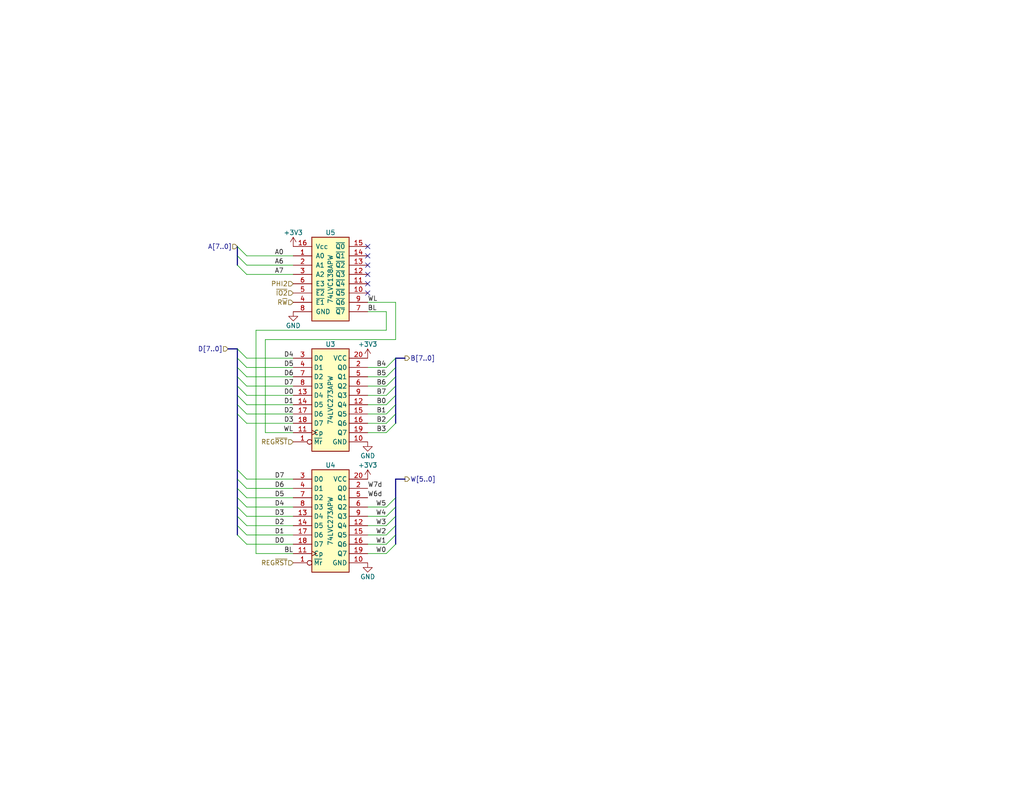
<source format=kicad_sch>
(kicad_sch (version 20211123) (generator eeschema)
  (paper "USLetter")
  (lib_symbols
    (symbol "GW_Logic:74138" (pin_names (offset 1.016))
      (property "Reference" "U" (at 0 12.7 0))
      (property "Value" "GW_Logic_74138" (at 0 -12.7 0))
      (symbol "74138_0_1"
        (rectangle (start -5.08 11.43) (end 5.08 -11.43) (stroke (width 0.254)) (fill (type background)))
      )
      (symbol "74138_1_1"
        (pin input line (at -10.16 6.35 0) (length 5.08) (name "A0") (number "1"))
        (pin input line (at 10.16 -3.81 180) (length 5.08) (name "~{Q5}") (number "10"))
        (pin input line (at 10.16 -1.27 180) (length 5.08) (name "~{Q4}") (number "11"))
        (pin input line (at 10.16 1.27 180) (length 5.08) (name "~{Q3}") (number "12"))
        (pin input line (at 10.16 3.81 180) (length 5.08) (name "~{Q2}") (number "13"))
        (pin input line (at 10.16 6.35 180) (length 5.08) (name "~{Q1}") (number "14"))
        (pin input line (at 10.16 8.89 180) (length 5.08) (name "~{Q0}") (number "15"))
        (pin power_in line (at -10.16 8.89 0) (length 5.08) (name "Vcc") (number "16"))
        (pin input line (at -10.16 3.81 0) (length 5.08) (name "A1") (number "2"))
        (pin input line (at -10.16 1.27 0) (length 5.08) (name "A2") (number "3"))
        (pin input line (at -10.16 -6.35 0) (length 5.08) (name "~{E1}") (number "4"))
        (pin input line (at -10.16 -3.81 0) (length 5.08) (name "~{E2}") (number "5"))
        (pin input line (at -10.16 -1.27 0) (length 5.08) (name "E3") (number "6"))
        (pin input line (at 10.16 -8.89 180) (length 5.08) (name "~{Q7}") (number "7"))
        (pin power_in line (at -10.16 -8.89 0) (length 5.08) (name "GND") (number "8"))
        (pin input line (at 10.16 -6.35 180) (length 5.08) (name "~{Q6}") (number "9"))
      )
    )
    (symbol "GW_Logic:74273"
      (property "Reference" "U" (at 0 15.24 0))
      (property "Value" "GW_Logic_74273" (at 0 0 90))
      (symbol "74273_1_0"
        (pin input inverted (at -10.16 -11.43 0) (length 5.08) (name "~{Mr}") (number "1"))
        (pin power_in line (at 10.16 -11.43 180) (length 5.08) (name "GND") (number "10"))
        (pin input clock (at -10.16 -8.89 0) (length 5.08) (name "Cp") (number "11"))
        (pin output line (at 10.16 -1.27 180) (length 5.08) (name "Q4") (number "12"))
        (pin input line (at -10.16 1.27 0) (length 5.08) (name "D4") (number "13"))
        (pin input line (at -10.16 -1.27 0) (length 5.08) (name "D5") (number "14"))
        (pin output line (at 10.16 -3.81 180) (length 5.08) (name "Q5") (number "15"))
        (pin output line (at 10.16 -6.35 180) (length 5.08) (name "Q6") (number "16"))
        (pin input line (at -10.16 -3.81 0) (length 5.08) (name "D6") (number "17"))
        (pin input line (at -10.16 -6.35 0) (length 5.08) (name "D7") (number "18"))
        (pin output line (at 10.16 -8.89 180) (length 5.08) (name "Q7") (number "19"))
        (pin output line (at 10.16 8.89 180) (length 5.08) (name "Q0") (number "2"))
        (pin power_in line (at 10.16 11.43 180) (length 5.08) (name "VCC") (number "20"))
        (pin input line (at -10.16 11.43 0) (length 5.08) (name "D0") (number "3"))
        (pin input line (at -10.16 8.89 0) (length 5.08) (name "D1") (number "4"))
        (pin output line (at 10.16 6.35 180) (length 5.08) (name "Q1") (number "5"))
        (pin output line (at 10.16 3.81 180) (length 5.08) (name "Q2") (number "6"))
        (pin input line (at -10.16 6.35 0) (length 5.08) (name "D2") (number "7"))
        (pin input line (at -10.16 3.81 0) (length 5.08) (name "D3") (number "8"))
        (pin output line (at 10.16 1.27 180) (length 5.08) (name "Q3") (number "9"))
      )
      (symbol "74273_1_1"
        (rectangle (start -5.08 13.97) (end 5.08 -13.97) (stroke (width 0.254)) (fill (type background)))
      )
    )
    (symbol "power:+3V3" (power) (pin_names (offset 0))
      (property "Value" "+3V3" (at 0 3.556 0))
      (symbol "+3V3_0_1"
        (polyline (pts (xy -0.762 1.27) (xy 0 2.54)))
        (polyline (pts (xy 0 0) (xy 0 2.54)))
        (polyline (pts (xy 0 2.54) (xy 0.762 1.27)))
      )
      (symbol "+3V3_1_1"
        (pin power_in line (at 0 0 90) (length 0) hide (name "+3V3") (number "1"))
      )
    )
    (symbol "power:GND" (power) (pin_names (offset 0))
      (property "Value" "GND" (at 0 -3.81 0))
      (symbol "GND_0_1"
        (polyline (pts (xy 0 0) (xy 0 -1.27) (xy 1.27 -1.27) (xy 0 -2.54) (xy -1.27 -1.27) (xy 0 -1.27)))
      )
      (symbol "GND_1_1"
        (pin power_in line (at 0 0 270) (length 0) hide (name "GND") (number "1"))
      )
    )
  )
  (no_connect (at 100.33 80.01))
  (no_connect (at 100.33 74.93))
  (no_connect (at 100.33 69.85))
  (no_connect (at 100.33 72.39))
  (no_connect (at 100.33 77.47))
  (no_connect (at 100.33 67.31))
  (bus_entry (at 64.77 67.31) (size 2.54 2.54))
  (bus_entry (at 107.95 146.05) (size -2.54 2.54))
  (bus_entry (at 64.77 102.87) (size 2.54 2.54))
  (bus_entry (at 64.77 110.49) (size 2.54 2.54))
  (bus_entry (at 107.95 140.97) (size -2.54 2.54))
  (bus_entry (at 64.77 128.27) (size 2.54 2.54))
  (bus_entry (at 107.95 102.87) (size -2.54 2.54))
  (bus_entry (at 107.95 100.33) (size -2.54 2.54))
  (bus_entry (at 64.77 133.35) (size 2.54 2.54))
  (bus_entry (at 64.77 146.05) (size 2.54 2.54))
  (bus_entry (at 107.95 110.49) (size -2.54 2.54))
  (bus_entry (at 64.77 105.41) (size 2.54 2.54))
  (bus_entry (at 107.95 107.95) (size -2.54 2.54))
  (bus_entry (at 64.77 130.81) (size 2.54 2.54))
  (bus_entry (at 107.95 138.43) (size -2.54 2.54))
  (bus_entry (at 107.95 148.59) (size -2.54 2.54))
  (bus_entry (at 64.77 95.25) (size 2.54 2.54))
  (bus_entry (at 64.77 135.89) (size 2.54 2.54))
  (bus_entry (at 107.95 105.41) (size -2.54 2.54))
  (bus_entry (at 64.77 69.85) (size 2.54 2.54))
  (bus_entry (at 64.77 100.33) (size 2.54 2.54))
  (bus_entry (at 107.95 113.03) (size -2.54 2.54))
  (bus_entry (at 64.77 113.03) (size 2.54 2.54))
  (bus_entry (at 64.77 107.95) (size 2.54 2.54))
  (bus_entry (at 64.77 138.43) (size 2.54 2.54))
  (bus_entry (at 64.77 72.39) (size 2.54 2.54))
  (bus_entry (at 107.95 135.89) (size -2.54 2.54))
  (bus_entry (at 107.95 143.51) (size -2.54 2.54))
  (bus_entry (at 107.95 115.57) (size -2.54 2.54))
  (bus_entry (at 107.95 97.79) (size -2.54 2.54))
  (bus_entry (at 64.77 143.51) (size 2.54 2.54))
  (bus_entry (at 64.77 140.97) (size 2.54 2.54))
  (bus_entry (at 64.77 97.79) (size 2.54 2.54))
  (wire (pts (xy 100.33 107.95) (xy 105.41 107.95)))
  (bus (pts (xy 64.77 67.31) (xy 64.77 69.85)))
  (bus (pts (xy 64.77 133.35) (xy 64.77 135.89)))
  (wire (pts (xy 80.01 138.43) (xy 67.31 138.43)))
  (wire (pts (xy 100.33 115.57) (xy 105.41 115.57)))
  (wire (pts (xy 69.85 151.13) (xy 80.01 151.13)))
  (bus (pts (xy 107.95 102.87) (xy 107.95 105.41)))
  (bus (pts (xy 64.77 138.43) (xy 64.77 140.97)))
  (wire (pts (xy 105.41 90.17) (xy 69.85 90.17)))
  (bus (pts (xy 107.95 130.81) (xy 110.49 130.81)))
  (bus (pts (xy 64.77 105.41) (xy 64.77 107.95)))
  (bus (pts (xy 64.77 128.27) (xy 64.77 130.81)))
  (bus (pts (xy 107.95 100.33) (xy 107.95 102.87)))
  (wire (pts (xy 80.01 146.05) (xy 67.31 146.05)))
  (wire (pts (xy 107.95 92.71) (xy 72.39 92.71)))
  (wire (pts (xy 100.33 100.33) (xy 105.41 100.33)))
  (bus (pts (xy 107.95 113.03) (xy 107.95 115.57)))
  (wire (pts (xy 105.41 85.09) (xy 105.41 90.17)))
  (wire (pts (xy 100.33 85.09) (xy 105.41 85.09)))
  (wire (pts (xy 69.85 90.17) (xy 69.85 151.13)))
  (wire (pts (xy 100.33 140.97) (xy 105.41 140.97)))
  (bus (pts (xy 107.95 135.89) (xy 107.95 138.43)))
  (bus (pts (xy 107.95 130.81) (xy 107.95 135.89)))
  (wire (pts (xy 80.01 148.59) (xy 67.31 148.59)))
  (bus (pts (xy 64.77 107.95) (xy 64.77 110.49)))
  (wire (pts (xy 100.33 113.03) (xy 105.41 113.03)))
  (bus (pts (xy 64.77 143.51) (xy 64.77 146.05)))
  (wire (pts (xy 100.33 143.51) (xy 105.41 143.51)))
  (bus (pts (xy 107.95 107.95) (xy 107.95 110.49)))
  (wire (pts (xy 72.39 118.11) (xy 80.01 118.11)))
  (wire (pts (xy 80.01 140.97) (xy 67.31 140.97)))
  (wire (pts (xy 80.01 115.57) (xy 67.31 115.57)))
  (bus (pts (xy 64.77 140.97) (xy 64.77 143.51)))
  (bus (pts (xy 107.95 97.79) (xy 107.95 100.33)))
  (wire (pts (xy 100.33 110.49) (xy 105.41 110.49)))
  (bus (pts (xy 107.95 143.51) (xy 107.95 146.05)))
  (bus (pts (xy 64.77 110.49) (xy 64.77 113.03)))
  (wire (pts (xy 100.33 146.05) (xy 105.41 146.05)))
  (wire (pts (xy 80.01 97.79) (xy 67.31 97.79)))
  (bus (pts (xy 107.95 110.49) (xy 107.95 113.03)))
  (bus (pts (xy 64.77 69.85) (xy 64.77 72.39)))
  (wire (pts (xy 100.33 148.59) (xy 105.41 148.59)))
  (bus (pts (xy 107.95 146.05) (xy 107.95 148.59)))
  (bus (pts (xy 64.77 130.81) (xy 64.77 133.35)))
  (wire (pts (xy 67.31 69.85) (xy 80.01 69.85)))
  (bus (pts (xy 64.77 102.87) (xy 64.77 105.41)))
  (wire (pts (xy 80.01 135.89) (xy 67.31 135.89)))
  (wire (pts (xy 100.33 105.41) (xy 105.41 105.41)))
  (bus (pts (xy 107.95 140.97) (xy 107.95 143.51)))
  (bus (pts (xy 107.95 138.43) (xy 107.95 140.97)))
  (bus (pts (xy 107.95 97.79) (xy 110.49 97.79)))
  (wire (pts (xy 80.01 102.87) (xy 67.31 102.87)))
  (wire (pts (xy 67.31 74.93) (xy 80.01 74.93)))
  (wire (pts (xy 100.33 82.55) (xy 107.95 82.55)))
  (wire (pts (xy 100.33 138.43) (xy 105.41 138.43)))
  (bus (pts (xy 64.77 95.25) (xy 62.23 95.25)))
  (wire (pts (xy 80.01 100.33) (xy 67.31 100.33)))
  (wire (pts (xy 80.01 107.95) (xy 67.31 107.95)))
  (bus (pts (xy 64.77 95.25) (xy 64.77 97.79)))
  (wire (pts (xy 80.01 133.35) (xy 67.31 133.35)))
  (wire (pts (xy 80.01 143.51) (xy 67.31 143.51)))
  (bus (pts (xy 64.77 135.89) (xy 64.77 138.43)))
  (wire (pts (xy 100.33 102.87) (xy 105.41 102.87)))
  (wire (pts (xy 80.01 113.03) (xy 67.31 113.03)))
  (wire (pts (xy 80.01 105.41) (xy 67.31 105.41)))
  (wire (pts (xy 80.01 110.49) (xy 67.31 110.49)))
  (wire (pts (xy 72.39 92.71) (xy 72.39 118.11)))
  (wire (pts (xy 80.01 72.39) (xy 67.31 72.39)))
  (bus (pts (xy 64.77 100.33) (xy 64.77 102.87)))
  (bus (pts (xy 64.77 97.79) (xy 64.77 100.33)))
  (bus (pts (xy 64.77 113.03) (xy 64.77 128.27)))
  (wire (pts (xy 107.95 82.55) (xy 107.95 92.71)))
  (wire (pts (xy 80.01 130.81) (xy 67.31 130.81)))
  (wire (pts (xy 100.33 118.11) (xy 105.41 118.11)))
  (wire (pts (xy 100.33 151.13) (xy 105.41 151.13)))
  (bus (pts (xy 107.95 105.41) (xy 107.95 107.95)))
  (label "W2" (at 105.41 146.05 180))
  (label "D7" (at 74.93 130.81 0))
  (label "D6" (at 77.47 102.87 0))
  (label "D6" (at 74.93 133.35 0))
  (label "B1" (at 105.41 113.03 180))
  (label "B2" (at 105.41 115.57 180))
  (label "B4" (at 105.41 100.33 180))
  (label "D2" (at 77.47 113.03 0))
  (label "WL" (at 80.01 118.11 180))
  (label "WL" (at 100.33 82.55 0))
  (label "D2" (at 74.93 143.51 0))
  (label "W7d" (at 100.33 133.35 0))
  (label "B5" (at 105.41 102.87 180))
  (label "W1" (at 105.41 148.59 180))
  (label "W4" (at 105.41 140.97 180))
  (label "B3" (at 105.41 118.11 180))
  (label "B0" (at 105.41 110.49 180))
  (label "W6d" (at 100.33 135.89 0))
  (label "D1" (at 77.47 110.49 0))
  (label "W0" (at 105.41 151.13 180))
  (label "D0" (at 77.47 107.95 0))
  (label "D0" (at 74.93 148.59 0))
  (label "A6" (at 74.93 72.39 0))
  (label "D1" (at 74.93 146.05 0))
  (label "W5" (at 105.41 138.43 180))
  (label "B7" (at 105.41 107.95 180))
  (label "D5" (at 74.93 135.89 0))
  (label "BL" (at 100.33 85.09 0))
  (label "D4" (at 77.47 97.79 0))
  (label "D5" (at 77.47 100.33 0))
  (label "D3" (at 77.47 115.57 0))
  (label "W3" (at 105.41 143.51 180))
  (label "BL" (at 80.01 151.13 180))
  (label "D7" (at 77.47 105.41 0))
  (label "A0" (at 74.93 69.85 0))
  (label "A7" (at 74.93 74.93 0))
  (label "D3" (at 74.93 140.97 0))
  (label "B6" (at 105.41 105.41 180))
  (label "D4" (at 74.93 138.43 0))
  (hierarchical_label "PHI2" (shape input) (at 80.01 77.47 180))
  (hierarchical_label "W[5..0]" (shape output) (at 110.49 130.81 0))
  (hierarchical_label "~{IO2}" (shape input) (at 80.01 80.01 180))
  (hierarchical_label "R~{W}" (shape input) (at 80.01 82.55 180))
  (hierarchical_label "B[7..0]" (shape output) (at 110.49 97.79 0))
  (hierarchical_label "REG~{RST}" (shape input) (at 80.01 120.65 180))
  (hierarchical_label "REG~{RST}" (shape input) (at 80.01 153.67 180))
  (hierarchical_label "A[7..0]" (shape input) (at 64.77 67.31 180))
  (hierarchical_label "D[7..0]" (shape input) (at 62.23 95.25 180))
  (symbol (lib_id "GW_Logic:74273") (at 90.17 109.22 0) (unit 1)
    (property "Reference" "U3" (at 90.17 93.98 0))
    (property "Value" "74LVC273APW" (at 90.17 109.22 90))
    (property "Footprint" "stdpads:TSSOP-20_4.4x6.5mm_P0.65mm" (effects hide))
    (property "Datasheet" "http://www.ti.com/lit/gpn/sn74LS273" (effects hide))
  )
  (symbol (lib_id "power:+3V3") (at 80.01 67.31 0) (unit 1)
    (property "Reference" "#PWR0115" (effects hide))
    (property "Value" "+3V3" (at 80.01 63.5 0))
  )
  (symbol (lib_id "power:GND") (at 80.01 85.09 0) (unit 1)
    (property "Reference" "#PWR0116" (effects hide))
    (property "Value" "GND" (at 80.01 88.9 0))
  )
  (symbol (lib_id "GW_Logic:74273") (at 90.17 142.24 0) (unit 1)
    (property "Reference" "U4" (at 90.17 127 0))
    (property "Value" "74LVC273APW" (at 90.17 142.24 90))
    (property "Footprint" "stdpads:TSSOP-20_4.4x6.5mm_P0.65mm" (effects hide))
    (property "Datasheet" "http://www.ti.com/lit/gpn/sn74LS273" (effects hide))
  )
  (symbol (lib_id "power:GND") (at 100.33 120.65 0) (unit 1)
    (property "Reference" "#PWR0117" (effects hide))
    (property "Value" "GND" (at 100.33 124.46 0))
  )
  (symbol (lib_id "power:GND") (at 100.33 153.67 0) (unit 1)
    (property "Reference" "#PWR0118" (effects hide))
    (property "Value" "GND" (at 100.33 157.48 0))
  )
  (symbol (lib_id "power:+3V3") (at 100.33 97.79 0) (unit 1)
    (property "Reference" "#PWR0119" (effects hide))
    (property "Value" "+3V3" (at 100.33 93.98 0))
  )
  (symbol (lib_id "power:+3V3") (at 100.33 130.81 0) (unit 1)
    (property "Reference" "#PWR0120" (effects hide))
    (property "Value" "+3V3" (at 100.33 127 0))
  )
  (symbol (lib_id "GW_Logic:74138") (at 90.17 76.2 0) (unit 1)
    (property "Reference" "U5" (at 90.17 63.5 0))
    (property "Value" "74LVC138APW" (at 90.17 76.2 90))
    (property "Footprint" "stdpads:TSSOP-16_4.4x5mm_P0.65mm" (effects hide))
  )
)
</source>
